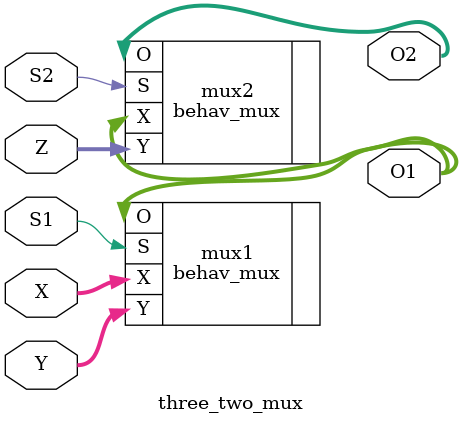
<source format=v>
`timescale 1ns / 1ps

module three_two_mux
    (X,
     Y,
     Z,
     S1,
     S2,
     O1,
     O2 );

// Each input is two bits, the output is two bits, and the selector is just one bit
input wire [1:0] X;
input wire [1:0] Y;
input wire [1:0] Z; 
input wire [0:0] S1;
input wire [0:0] S2;
output wire [1:0] O1;
output wire [1:0] O2;

// Using the behavioral model of the 2:1 muxes to create a 3:2 mux
behav_mux mux1(.X(X), .Y(Y), .S(S1), .O(O1));
behav_mux mux2(.X(O1), .Y(Z), .S(S2), .O(O2));

endmodule

</source>
